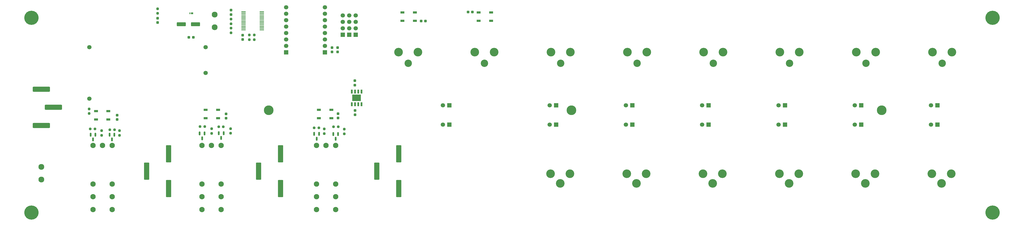
<source format=gts>
G04 #@! TF.GenerationSoftware,KiCad,Pcbnew,9.0.2-9.0.2-0~ubuntu24.04.1*
G04 #@! TF.CreationDate,2025-06-12T12:06:52+02:00*
G04 #@! TF.ProjectId,PCB_Repetition,5043425f-5265-4706-9574-6974696f6e2e,rev?*
G04 #@! TF.SameCoordinates,Original*
G04 #@! TF.FileFunction,Soldermask,Top*
G04 #@! TF.FilePolarity,Negative*
%FSLAX46Y46*%
G04 Gerber Fmt 4.6, Leading zero omitted, Abs format (unit mm)*
G04 Created by KiCad (PCBNEW 9.0.2-9.0.2-0~ubuntu24.04.1) date 2025-06-12 12:06:52*
%MOMM*%
%LPD*%
G01*
G04 APERTURE LIST*
G04 Aperture macros list*
%AMRoundRect*
0 Rectangle with rounded corners*
0 $1 Rounding radius*
0 $2 $3 $4 $5 $6 $7 $8 $9 X,Y pos of 4 corners*
0 Add a 4 corners polygon primitive as box body*
4,1,4,$2,$3,$4,$5,$6,$7,$8,$9,$2,$3,0*
0 Add four circle primitives for the rounded corners*
1,1,$1+$1,$2,$3*
1,1,$1+$1,$4,$5*
1,1,$1+$1,$6,$7*
1,1,$1+$1,$8,$9*
0 Add four rect primitives between the rounded corners*
20,1,$1+$1,$2,$3,$4,$5,0*
20,1,$1+$1,$4,$5,$6,$7,0*
20,1,$1+$1,$6,$7,$8,$9,0*
20,1,$1+$1,$8,$9,$2,$3,0*%
G04 Aperture macros list end*
%ADD10C,2.100000*%
%ADD11R,1.700000X1.700000*%
%ADD12C,1.700000*%
%ADD13RoundRect,0.240000X-1.510000X-0.560000X1.510000X-0.560000X1.510000X0.560000X-1.510000X0.560000X0*%
%ADD14C,2.300000*%
%ADD15RoundRect,0.150000X-0.150000X0.587500X-0.150000X-0.587500X0.150000X-0.587500X0.150000X0.587500X0*%
%ADD16C,3.600000*%
%ADD17C,5.600000*%
%ADD18RoundRect,0.237500X-0.237500X0.250000X-0.237500X-0.250000X0.237500X-0.250000X0.237500X0.250000X0*%
%ADD19C,2.600000*%
%ADD20C,3.800000*%
%ADD21RoundRect,0.090000X0.660000X0.360000X-0.660000X0.360000X-0.660000X-0.360000X0.660000X-0.360000X0*%
%ADD22RoundRect,0.237500X0.237500X-0.250000X0.237500X0.250000X-0.237500X0.250000X-0.237500X-0.250000X0*%
%ADD23RoundRect,0.237500X0.237500X-0.300000X0.237500X0.300000X-0.237500X0.300000X-0.237500X-0.300000X0*%
%ADD24RoundRect,0.237500X-0.300000X-0.237500X0.300000X-0.237500X0.300000X0.237500X-0.300000X0.237500X0*%
%ADD25RoundRect,0.237500X0.250000X0.237500X-0.250000X0.237500X-0.250000X-0.237500X0.250000X-0.237500X0*%
%ADD26RoundRect,0.237500X0.237500X-0.287500X0.237500X0.287500X-0.237500X0.287500X-0.237500X-0.287500X0*%
%ADD27RoundRect,0.237500X0.300000X0.237500X-0.300000X0.237500X-0.300000X-0.237500X0.300000X-0.237500X0*%
%ADD28RoundRect,0.237500X-0.237500X0.300000X-0.237500X-0.300000X0.237500X-0.300000X0.237500X0.300000X0*%
%ADD29RoundRect,0.075000X0.390000X0.275000X-0.390000X0.275000X-0.390000X-0.275000X0.390000X-0.275000X0*%
%ADD30RoundRect,0.075000X0.075000X0.275000X-0.075000X0.275000X-0.075000X-0.275000X0.075000X-0.275000X0*%
%ADD31R,1.750000X0.450000*%
%ADD32RoundRect,0.090000X-0.660000X-0.360000X0.660000X-0.360000X0.660000X0.360000X-0.660000X0.360000X0*%
%ADD33R,0.802000X1.505000*%
%ADD34R,3.502000X2.613000*%
%ADD35C,3.400000*%
%ADD36C,2.900000*%
%ADD37RoundRect,0.315000X-0.735000X3.085000X-0.735000X-3.085000X0.735000X-3.085000X0.735000X3.085000X0*%
%ADD38RoundRect,0.300000X-3.100000X-0.700000X3.100000X-0.700000X3.100000X0.700000X-3.100000X0.700000X0*%
G04 APERTURE END LIST*
D10*
X63940000Y-204830000D03*
X71440000Y-204830000D03*
X67660000Y-204830000D03*
X63940000Y-225130000D03*
X71440000Y-225130000D03*
X63940000Y-220090000D03*
X71440000Y-220090000D03*
X63940000Y-230170000D03*
X71440000Y-230170000D03*
D11*
X162130000Y-161160000D03*
D12*
X162130000Y-158620000D03*
X162130000Y-156080000D03*
X162130000Y-153540000D03*
D11*
X167210000Y-161160000D03*
D12*
X167210000Y-158620000D03*
X167210000Y-156080000D03*
X167210000Y-153540000D03*
D11*
X164670000Y-161160000D03*
D12*
X164670000Y-158620000D03*
X164670000Y-156080000D03*
X164670000Y-153540000D03*
D11*
X204000000Y-189000000D03*
D12*
X201460000Y-189000000D03*
X201460000Y-196620000D03*
D11*
X204000000Y-196620000D03*
D13*
X104210000Y-156990000D03*
X98610000Y-156990000D03*
D14*
X111720000Y-158240000D03*
X111720000Y-153240000D03*
D15*
X160250000Y-200362500D03*
X158350000Y-200362500D03*
X159300000Y-202237500D03*
D16*
X417600000Y-154460000D03*
D17*
X417600000Y-154460000D03*
D18*
X67266250Y-199021250D03*
X67266250Y-200846250D03*
D19*
X252000000Y-191000000D03*
D20*
X252000000Y-191000000D03*
D16*
X39710000Y-231360000D03*
D17*
X39710000Y-231360000D03*
D21*
X113050000Y-194150000D03*
X113050000Y-190850000D03*
X108150000Y-190850000D03*
X108150000Y-194150000D03*
D18*
X89320000Y-150917500D03*
X89320000Y-152742500D03*
D11*
X276000000Y-189000000D03*
D12*
X273460000Y-189000000D03*
X273460000Y-196620000D03*
D11*
X276000000Y-196620000D03*
D19*
X374000000Y-191000000D03*
D20*
X374000000Y-191000000D03*
D22*
X127300000Y-163112500D03*
X127300000Y-161287500D03*
D18*
X162700000Y-198467500D03*
X162700000Y-200292500D03*
D23*
X118160000Y-153190000D03*
X118160000Y-151465000D03*
D24*
X192897500Y-155740000D03*
X194622500Y-155740000D03*
D25*
X160302500Y-197510000D03*
X158477500Y-197510000D03*
D11*
X246000000Y-189000000D03*
D12*
X243460000Y-189000000D03*
X243460000Y-196620000D03*
D11*
X246000000Y-196620000D03*
D18*
X154840000Y-198360000D03*
X154840000Y-200185000D03*
D26*
X89320000Y-156375000D03*
X89320000Y-154625000D03*
D25*
X107802500Y-197380000D03*
X105977500Y-197380000D03*
D27*
X213072500Y-152210000D03*
X211347500Y-152210000D03*
D15*
X72320000Y-200622500D03*
X70420000Y-200622500D03*
X71370000Y-202497500D03*
D25*
X64652500Y-198320000D03*
X62827500Y-198320000D03*
D18*
X117970000Y-198237500D03*
X117970000Y-200062500D03*
D25*
X72332500Y-198700000D03*
X70507500Y-198700000D03*
D27*
X103322500Y-162190000D03*
X101597500Y-162190000D03*
D23*
X160290000Y-194042500D03*
X160290000Y-192317500D03*
D15*
X107750000Y-200162500D03*
X105850000Y-200162500D03*
X106800000Y-202037500D03*
X152790000Y-200335000D03*
X150890000Y-200335000D03*
X151840000Y-202210000D03*
D22*
X125400000Y-163112500D03*
X125400000Y-161287500D03*
D18*
X62400000Y-190452500D03*
X62400000Y-192277500D03*
D11*
X306000000Y-189000000D03*
D12*
X303460000Y-189000000D03*
X303460000Y-196620000D03*
D11*
X306000000Y-196620000D03*
D25*
X152712500Y-197900000D03*
X150887500Y-197900000D03*
D11*
X366000000Y-189000000D03*
D12*
X363460000Y-189000000D03*
X363460000Y-196620000D03*
D11*
X366000000Y-196620000D03*
D21*
X190450000Y-155650000D03*
X190450000Y-152350000D03*
X185550000Y-152350000D03*
X185550000Y-155650000D03*
D11*
X336000000Y-189000000D03*
D12*
X333460000Y-189000000D03*
X333460000Y-196620000D03*
D11*
X336000000Y-196620000D03*
D23*
X73390000Y-194612500D03*
X73390000Y-192887500D03*
D28*
X166910000Y-191047500D03*
X166910000Y-192772500D03*
D23*
X160080000Y-167942500D03*
X160080000Y-166217500D03*
D29*
X102855000Y-152670000D03*
D30*
X101970000Y-152670000D03*
D23*
X157900000Y-167962500D03*
X157900000Y-166237500D03*
D12*
X62425000Y-166060000D03*
X62425000Y-186380000D03*
X108145000Y-176220000D03*
X108145000Y-166060000D03*
D22*
X118180000Y-160415000D03*
X118180000Y-158590000D03*
D12*
X155105000Y-150370000D03*
X155105000Y-152910000D03*
X155105000Y-155450000D03*
X155105000Y-157990000D03*
X155105000Y-160530000D03*
X155105000Y-163070000D03*
X155105000Y-165610000D03*
D11*
X155105000Y-168150000D03*
X139865000Y-168150000D03*
D12*
X139865000Y-165610000D03*
X139865000Y-163070000D03*
X139865000Y-160530000D03*
X139865000Y-157990000D03*
X139865000Y-155450000D03*
X139865000Y-152910000D03*
X139865000Y-150370000D03*
D16*
X417600000Y-231350000D03*
D17*
X417600000Y-231350000D03*
D31*
X130250000Y-159235000D03*
X130250000Y-158585000D03*
X130250000Y-157935000D03*
X130250000Y-157285000D03*
X130250000Y-156635000D03*
X130250000Y-155985000D03*
X130250000Y-155335000D03*
X130250000Y-154685000D03*
X130250000Y-154035000D03*
X130250000Y-153385000D03*
X130250000Y-152735000D03*
X130250000Y-152085000D03*
X123050000Y-152085000D03*
X123050000Y-152735000D03*
X123050000Y-153385000D03*
X123050000Y-154035000D03*
X123050000Y-154685000D03*
X123050000Y-155335000D03*
X123050000Y-155985000D03*
X123050000Y-156635000D03*
X123050000Y-157285000D03*
X123050000Y-157935000D03*
X123050000Y-158585000D03*
X123050000Y-159235000D03*
D14*
X43610000Y-218300000D03*
X43610000Y-213300000D03*
D21*
X157630000Y-194150000D03*
X157630000Y-190850000D03*
X152730000Y-190850000D03*
X152730000Y-194150000D03*
D32*
X215550000Y-152350000D03*
X215550000Y-155650000D03*
X220450000Y-155650000D03*
X220450000Y-152350000D03*
D18*
X110540000Y-198280000D03*
X110540000Y-200105000D03*
X118180000Y-154992500D03*
X118180000Y-156817500D03*
D21*
X69950000Y-194650000D03*
X69950000Y-191350000D03*
X65050000Y-191350000D03*
X65050000Y-194650000D03*
D15*
X115250000Y-200062500D03*
X113350000Y-200062500D03*
X114300000Y-201937500D03*
D23*
X116190000Y-194142500D03*
X116190000Y-192417500D03*
D16*
X39710000Y-154460000D03*
D17*
X39710000Y-154460000D03*
D23*
X122700000Y-163062500D03*
X122700000Y-161337500D03*
D11*
X396000000Y-189000000D03*
D12*
X393460000Y-189000000D03*
X393460000Y-196620000D03*
D11*
X396000000Y-196620000D03*
D19*
X133000000Y-191000000D03*
D20*
X133000000Y-191000000D03*
D33*
X169445000Y-183602500D03*
X168175000Y-183602500D03*
X166905000Y-183602500D03*
X165635000Y-183602500D03*
X165635000Y-188597500D03*
X166905000Y-188597500D03*
X168175000Y-188597500D03*
X169445000Y-188597500D03*
D34*
X167540000Y-186100000D03*
D15*
X64850000Y-200622500D03*
X62950000Y-200622500D03*
X63900000Y-202497500D03*
D23*
X166880000Y-181032500D03*
X166880000Y-179307500D03*
D18*
X74310000Y-199037500D03*
X74310000Y-200862500D03*
D25*
X115152500Y-197500000D03*
X113327500Y-197500000D03*
D35*
X251400000Y-216000000D03*
X243780000Y-216000000D03*
X247590000Y-219810000D03*
X184000000Y-168000000D03*
X191620000Y-168000000D03*
D36*
X187810000Y-172450000D03*
D37*
X93605000Y-221850000D03*
X93605000Y-208150000D03*
X85000000Y-215000000D03*
D10*
X151780000Y-204830000D03*
X159280000Y-204830000D03*
X155500000Y-204830000D03*
X151780000Y-225130000D03*
X159280000Y-225130000D03*
X151780000Y-220090000D03*
X159280000Y-220090000D03*
X151780000Y-230170000D03*
X159280000Y-230170000D03*
D35*
X341400000Y-216000000D03*
X333780000Y-216000000D03*
X337590000Y-219810000D03*
X364000000Y-168000000D03*
X371620000Y-168000000D03*
D36*
X367810000Y-172450000D03*
D37*
X137605000Y-221850000D03*
X137605000Y-208150000D03*
X129000000Y-215000000D03*
D35*
X394000000Y-168000000D03*
X401620000Y-168000000D03*
D36*
X397810000Y-172450000D03*
D35*
X311400000Y-216000000D03*
X303780000Y-216000000D03*
X307590000Y-219810000D03*
D37*
X184085000Y-221850000D03*
X184085000Y-208150000D03*
X175480000Y-215000000D03*
D35*
X371400000Y-216000000D03*
X363780000Y-216000000D03*
X367590000Y-219810000D03*
X304000000Y-168000000D03*
X311620000Y-168000000D03*
D36*
X307810000Y-172450000D03*
D35*
X274000000Y-168000000D03*
X281620000Y-168000000D03*
D36*
X277810000Y-172450000D03*
D10*
X106780000Y-204830000D03*
X114280000Y-204830000D03*
X110500000Y-204830000D03*
X106780000Y-225130000D03*
X114280000Y-225130000D03*
X106780000Y-220090000D03*
X114280000Y-220090000D03*
X106780000Y-230170000D03*
X114280000Y-230170000D03*
D35*
X214000000Y-168000000D03*
X221620000Y-168000000D03*
D36*
X217810000Y-172450000D03*
D35*
X281400000Y-216000000D03*
X273780000Y-216000000D03*
X277590000Y-219810000D03*
X244000000Y-168000000D03*
X251620000Y-168000000D03*
D36*
X247810000Y-172450000D03*
D35*
X334000000Y-168000000D03*
X341620000Y-168000000D03*
D36*
X337810000Y-172450000D03*
D38*
X43540000Y-197000000D03*
X43540000Y-182700000D03*
X48280000Y-189830000D03*
D35*
X401400000Y-216000000D03*
X393780000Y-216000000D03*
X397590000Y-219810000D03*
M02*

</source>
